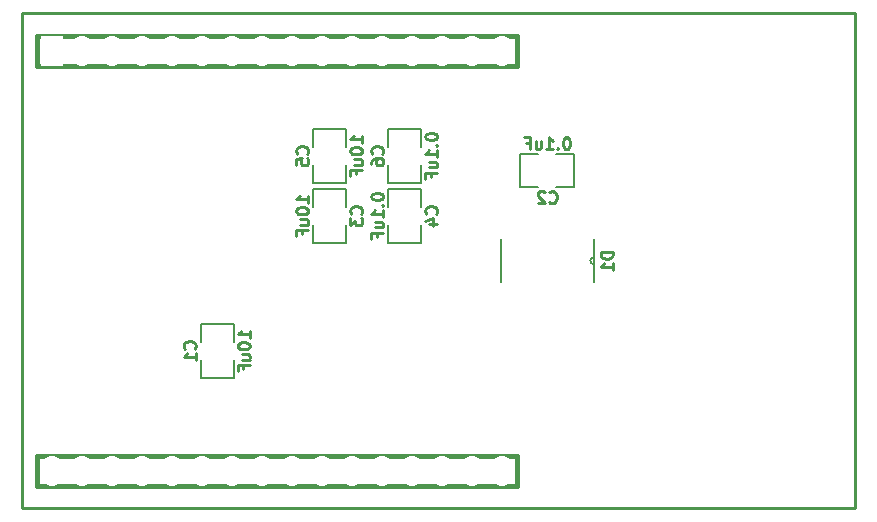
<source format=gbo>
G04 #@! TF.GenerationSoftware,KiCad,Pcbnew,6.0.0-rc1-unknown-d4e4359~66~ubuntu18.04.1*
G04 #@! TF.CreationDate,2018-09-17T12:26:01-04:00*
G04 #@! TF.ProjectId,dac_controller_3x2,6461635F636F6E74726F6C6C65725F33,1.0*
G04 #@! TF.SameCoordinates,Original*
G04 #@! TF.FileFunction,Legend,Bot*
G04 #@! TF.FilePolarity,Positive*
%FSLAX46Y46*%
G04 Gerber Fmt 4.6, Leading zero omitted, Abs format (unit mm)*
G04 Created by KiCad (PCBNEW 6.0.0-rc1-unknown-d4e4359~66~ubuntu18.04.1) date Mon Sep 17 12:26:01 2018*
%MOMM*%
%LPD*%
G01*
G04 APERTURE LIST*
%ADD10C,0.228600*%
%ADD11C,0.381000*%
%ADD12C,0.127000*%
%ADD13C,0.152400*%
%ADD14C,0.254000*%
%ADD15C,0.250000*%
%ADD16C,3.556000*%
%ADD17O,1.854200X2.540000*%
%ADD18R,1.854200X2.540000*%
%ADD19R,2.540000X1.270000*%
%ADD20R,1.270000X2.540000*%
%ADD21R,0.355600X1.473200*%
%ADD22R,5.029200X3.251200*%
%ADD23O,5.080000X3.048000*%
%ADD24O,2.032000X1.524000*%
%ADD25O,1.524000X2.032000*%
%ADD26O,2.540000X1.524000*%
%ADD27R,2.540000X1.524000*%
G04 APERTURE END LIST*
D10*
X156210000Y-67945000D02*
X85725000Y-67945000D01*
X156210000Y-109855000D02*
X156210000Y-67945000D01*
X85725000Y-109855000D02*
X156210000Y-109855000D01*
X85725000Y-67945000D02*
X85725000Y-109855000D01*
D11*
G04 #@! TO.C,MDB1*
X127635000Y-69850000D02*
X86995000Y-69850000D01*
X127635000Y-72390000D02*
X127635000Y-69850000D01*
X86995000Y-72390000D02*
X127635000Y-72390000D01*
X86995000Y-69850000D02*
X86995000Y-72390000D01*
X127635000Y-105410000D02*
X86995000Y-105410000D01*
X127635000Y-107950000D02*
X127635000Y-105410000D01*
X86995000Y-107950000D02*
X127635000Y-107950000D01*
X86995000Y-105410000D02*
X86995000Y-107950000D01*
D12*
G04 #@! TO.C,C1*
X100838000Y-95758000D02*
X100838000Y-94234000D01*
X100838000Y-94234000D02*
X103632000Y-94234000D01*
X103632000Y-94234000D02*
X103632000Y-95758000D01*
X103632000Y-97282000D02*
X103632000Y-98806000D01*
X103632000Y-98806000D02*
X100838000Y-98806000D01*
X100838000Y-98806000D02*
X100838000Y-97282000D01*
G04 #@! TO.C,C2*
X132461000Y-82677000D02*
X130937000Y-82677000D01*
X132461000Y-79883000D02*
X132461000Y-82677000D01*
X130937000Y-79883000D02*
X132461000Y-79883000D01*
X127889000Y-79883000D02*
X129413000Y-79883000D01*
X127889000Y-82677000D02*
X127889000Y-79883000D01*
X129413000Y-82677000D02*
X127889000Y-82677000D01*
G04 #@! TO.C,C3*
X113157000Y-85852000D02*
X113157000Y-87376000D01*
X113157000Y-87376000D02*
X110363000Y-87376000D01*
X110363000Y-87376000D02*
X110363000Y-85852000D01*
X110363000Y-84328000D02*
X110363000Y-82804000D01*
X110363000Y-82804000D02*
X113157000Y-82804000D01*
X113157000Y-82804000D02*
X113157000Y-84328000D01*
G04 #@! TO.C,C4*
X119507000Y-82804000D02*
X119507000Y-84328000D01*
X116713000Y-82804000D02*
X119507000Y-82804000D01*
X116713000Y-84328000D02*
X116713000Y-82804000D01*
X116713000Y-87376000D02*
X116713000Y-85852000D01*
X119507000Y-87376000D02*
X116713000Y-87376000D01*
X119507000Y-85852000D02*
X119507000Y-87376000D01*
G04 #@! TO.C,C5*
X110363000Y-79248000D02*
X110363000Y-77724000D01*
X110363000Y-77724000D02*
X113157000Y-77724000D01*
X113157000Y-77724000D02*
X113157000Y-79248000D01*
X113157000Y-80772000D02*
X113157000Y-82296000D01*
X113157000Y-82296000D02*
X110363000Y-82296000D01*
X110363000Y-82296000D02*
X110363000Y-80772000D01*
G04 #@! TO.C,C6*
X116713000Y-82296000D02*
X116713000Y-80772000D01*
X119507000Y-82296000D02*
X116713000Y-82296000D01*
X119507000Y-80772000D02*
X119507000Y-82296000D01*
X119507000Y-77724000D02*
X119507000Y-79248000D01*
X116713000Y-77724000D02*
X119507000Y-77724000D01*
X116713000Y-79248000D02*
X116713000Y-77724000D01*
D13*
G04 #@! TO.C,D1*
X126225300Y-90717730D02*
X126225300Y-87082270D01*
X134124700Y-87082270D02*
X134124700Y-90717730D01*
X134124700Y-89204800D02*
G75*
G02X134124700Y-88595200I0J304800D01*
G01*
G04 #@! TD*
G04 #@! TO.C,C1*
D14*
X100311857Y-96350666D02*
X100360238Y-96302285D01*
X100408619Y-96157142D01*
X100408619Y-96060380D01*
X100360238Y-95915238D01*
X100263476Y-95818476D01*
X100166714Y-95770095D01*
X99973190Y-95721714D01*
X99828047Y-95721714D01*
X99634523Y-95770095D01*
X99537761Y-95818476D01*
X99441000Y-95915238D01*
X99392619Y-96060380D01*
X99392619Y-96157142D01*
X99441000Y-96302285D01*
X99489380Y-96350666D01*
X100408619Y-97318285D02*
X100408619Y-96737714D01*
X100408619Y-97028000D02*
X99392619Y-97028000D01*
X99537761Y-96931238D01*
X99634523Y-96834476D01*
X99682904Y-96737714D01*
X104980619Y-95431428D02*
X104980619Y-94850857D01*
X104980619Y-95141142D02*
X103964619Y-95141142D01*
X104109761Y-95044380D01*
X104206523Y-94947619D01*
X104254904Y-94850857D01*
X103964619Y-96060380D02*
X103964619Y-96157142D01*
X104013000Y-96253904D01*
X104061380Y-96302285D01*
X104158142Y-96350666D01*
X104351666Y-96399047D01*
X104593571Y-96399047D01*
X104787095Y-96350666D01*
X104883857Y-96302285D01*
X104932238Y-96253904D01*
X104980619Y-96157142D01*
X104980619Y-96060380D01*
X104932238Y-95963619D01*
X104883857Y-95915238D01*
X104787095Y-95866857D01*
X104593571Y-95818476D01*
X104351666Y-95818476D01*
X104158142Y-95866857D01*
X104061380Y-95915238D01*
X104013000Y-95963619D01*
X103964619Y-96060380D01*
X104303285Y-97269904D02*
X104980619Y-97269904D01*
X104303285Y-96834476D02*
X104835476Y-96834476D01*
X104932238Y-96882857D01*
X104980619Y-96979619D01*
X104980619Y-97124761D01*
X104932238Y-97221523D01*
X104883857Y-97269904D01*
X104448428Y-98092380D02*
X104448428Y-97753714D01*
X104980619Y-97753714D02*
X103964619Y-97753714D01*
X103964619Y-98237523D01*
G04 #@! TO.C,C2*
X130344333Y-83928857D02*
X130392714Y-83977238D01*
X130537857Y-84025619D01*
X130634619Y-84025619D01*
X130779761Y-83977238D01*
X130876523Y-83880476D01*
X130924904Y-83783714D01*
X130973285Y-83590190D01*
X130973285Y-83445047D01*
X130924904Y-83251523D01*
X130876523Y-83154761D01*
X130779761Y-83058000D01*
X130634619Y-83009619D01*
X130537857Y-83009619D01*
X130392714Y-83058000D01*
X130344333Y-83106380D01*
X129957285Y-83106380D02*
X129908904Y-83058000D01*
X129812142Y-83009619D01*
X129570238Y-83009619D01*
X129473476Y-83058000D01*
X129425095Y-83106380D01*
X129376714Y-83203142D01*
X129376714Y-83299904D01*
X129425095Y-83445047D01*
X130005666Y-84025619D01*
X129376714Y-84025619D01*
X131844142Y-78437619D02*
X131747380Y-78437619D01*
X131650619Y-78486000D01*
X131602238Y-78534380D01*
X131553857Y-78631142D01*
X131505476Y-78824666D01*
X131505476Y-79066571D01*
X131553857Y-79260095D01*
X131602238Y-79356857D01*
X131650619Y-79405238D01*
X131747380Y-79453619D01*
X131844142Y-79453619D01*
X131940904Y-79405238D01*
X131989285Y-79356857D01*
X132037666Y-79260095D01*
X132086047Y-79066571D01*
X132086047Y-78824666D01*
X132037666Y-78631142D01*
X131989285Y-78534380D01*
X131940904Y-78486000D01*
X131844142Y-78437619D01*
X131070047Y-79356857D02*
X131021666Y-79405238D01*
X131070047Y-79453619D01*
X131118428Y-79405238D01*
X131070047Y-79356857D01*
X131070047Y-79453619D01*
X130054047Y-79453619D02*
X130634619Y-79453619D01*
X130344333Y-79453619D02*
X130344333Y-78437619D01*
X130441095Y-78582761D01*
X130537857Y-78679523D01*
X130634619Y-78727904D01*
X129183190Y-78776285D02*
X129183190Y-79453619D01*
X129618619Y-78776285D02*
X129618619Y-79308476D01*
X129570238Y-79405238D01*
X129473476Y-79453619D01*
X129328333Y-79453619D01*
X129231571Y-79405238D01*
X129183190Y-79356857D01*
X128360714Y-78921428D02*
X128699380Y-78921428D01*
X128699380Y-79453619D02*
X128699380Y-78437619D01*
X128215571Y-78437619D01*
G04 #@! TO.C,C3*
X114408857Y-84920666D02*
X114457238Y-84872285D01*
X114505619Y-84727142D01*
X114505619Y-84630380D01*
X114457238Y-84485238D01*
X114360476Y-84388476D01*
X114263714Y-84340095D01*
X114070190Y-84291714D01*
X113925047Y-84291714D01*
X113731523Y-84340095D01*
X113634761Y-84388476D01*
X113538000Y-84485238D01*
X113489619Y-84630380D01*
X113489619Y-84727142D01*
X113538000Y-84872285D01*
X113586380Y-84920666D01*
X113489619Y-85259333D02*
X113489619Y-85888285D01*
X113876666Y-85549619D01*
X113876666Y-85694761D01*
X113925047Y-85791523D01*
X113973428Y-85839904D01*
X114070190Y-85888285D01*
X114312095Y-85888285D01*
X114408857Y-85839904D01*
X114457238Y-85791523D01*
X114505619Y-85694761D01*
X114505619Y-85404476D01*
X114457238Y-85307714D01*
X114408857Y-85259333D01*
X109933619Y-84001428D02*
X109933619Y-83420857D01*
X109933619Y-83711142D02*
X108917619Y-83711142D01*
X109062761Y-83614380D01*
X109159523Y-83517619D01*
X109207904Y-83420857D01*
X108917619Y-84630380D02*
X108917619Y-84727142D01*
X108966000Y-84823904D01*
X109014380Y-84872285D01*
X109111142Y-84920666D01*
X109304666Y-84969047D01*
X109546571Y-84969047D01*
X109740095Y-84920666D01*
X109836857Y-84872285D01*
X109885238Y-84823904D01*
X109933619Y-84727142D01*
X109933619Y-84630380D01*
X109885238Y-84533619D01*
X109836857Y-84485238D01*
X109740095Y-84436857D01*
X109546571Y-84388476D01*
X109304666Y-84388476D01*
X109111142Y-84436857D01*
X109014380Y-84485238D01*
X108966000Y-84533619D01*
X108917619Y-84630380D01*
X109256285Y-85839904D02*
X109933619Y-85839904D01*
X109256285Y-85404476D02*
X109788476Y-85404476D01*
X109885238Y-85452857D01*
X109933619Y-85549619D01*
X109933619Y-85694761D01*
X109885238Y-85791523D01*
X109836857Y-85839904D01*
X109401428Y-86662380D02*
X109401428Y-86323714D01*
X109933619Y-86323714D02*
X108917619Y-86323714D01*
X108917619Y-86807523D01*
G04 #@! TO.C,C4*
X120758857Y-84920666D02*
X120807238Y-84872285D01*
X120855619Y-84727142D01*
X120855619Y-84630380D01*
X120807238Y-84485238D01*
X120710476Y-84388476D01*
X120613714Y-84340095D01*
X120420190Y-84291714D01*
X120275047Y-84291714D01*
X120081523Y-84340095D01*
X119984761Y-84388476D01*
X119888000Y-84485238D01*
X119839619Y-84630380D01*
X119839619Y-84727142D01*
X119888000Y-84872285D01*
X119936380Y-84920666D01*
X120178285Y-85791523D02*
X120855619Y-85791523D01*
X119791238Y-85549619D02*
X120516952Y-85307714D01*
X120516952Y-85936666D01*
X115267619Y-83420857D02*
X115267619Y-83517619D01*
X115316000Y-83614380D01*
X115364380Y-83662761D01*
X115461142Y-83711142D01*
X115654666Y-83759523D01*
X115896571Y-83759523D01*
X116090095Y-83711142D01*
X116186857Y-83662761D01*
X116235238Y-83614380D01*
X116283619Y-83517619D01*
X116283619Y-83420857D01*
X116235238Y-83324095D01*
X116186857Y-83275714D01*
X116090095Y-83227333D01*
X115896571Y-83178952D01*
X115654666Y-83178952D01*
X115461142Y-83227333D01*
X115364380Y-83275714D01*
X115316000Y-83324095D01*
X115267619Y-83420857D01*
X116186857Y-84194952D02*
X116235238Y-84243333D01*
X116283619Y-84194952D01*
X116235238Y-84146571D01*
X116186857Y-84194952D01*
X116283619Y-84194952D01*
X116283619Y-85210952D02*
X116283619Y-84630380D01*
X116283619Y-84920666D02*
X115267619Y-84920666D01*
X115412761Y-84823904D01*
X115509523Y-84727142D01*
X115557904Y-84630380D01*
X115606285Y-86081809D02*
X116283619Y-86081809D01*
X115606285Y-85646380D02*
X116138476Y-85646380D01*
X116235238Y-85694761D01*
X116283619Y-85791523D01*
X116283619Y-85936666D01*
X116235238Y-86033428D01*
X116186857Y-86081809D01*
X115751428Y-86904285D02*
X115751428Y-86565619D01*
X116283619Y-86565619D02*
X115267619Y-86565619D01*
X115267619Y-87049428D01*
G04 #@! TO.C,C5*
X109836857Y-79840666D02*
X109885238Y-79792285D01*
X109933619Y-79647142D01*
X109933619Y-79550380D01*
X109885238Y-79405238D01*
X109788476Y-79308476D01*
X109691714Y-79260095D01*
X109498190Y-79211714D01*
X109353047Y-79211714D01*
X109159523Y-79260095D01*
X109062761Y-79308476D01*
X108966000Y-79405238D01*
X108917619Y-79550380D01*
X108917619Y-79647142D01*
X108966000Y-79792285D01*
X109014380Y-79840666D01*
X108917619Y-80759904D02*
X108917619Y-80276095D01*
X109401428Y-80227714D01*
X109353047Y-80276095D01*
X109304666Y-80372857D01*
X109304666Y-80614761D01*
X109353047Y-80711523D01*
X109401428Y-80759904D01*
X109498190Y-80808285D01*
X109740095Y-80808285D01*
X109836857Y-80759904D01*
X109885238Y-80711523D01*
X109933619Y-80614761D01*
X109933619Y-80372857D01*
X109885238Y-80276095D01*
X109836857Y-80227714D01*
X114505619Y-78921428D02*
X114505619Y-78340857D01*
X114505619Y-78631142D02*
X113489619Y-78631142D01*
X113634761Y-78534380D01*
X113731523Y-78437619D01*
X113779904Y-78340857D01*
X113489619Y-79550380D02*
X113489619Y-79647142D01*
X113538000Y-79743904D01*
X113586380Y-79792285D01*
X113683142Y-79840666D01*
X113876666Y-79889047D01*
X114118571Y-79889047D01*
X114312095Y-79840666D01*
X114408857Y-79792285D01*
X114457238Y-79743904D01*
X114505619Y-79647142D01*
X114505619Y-79550380D01*
X114457238Y-79453619D01*
X114408857Y-79405238D01*
X114312095Y-79356857D01*
X114118571Y-79308476D01*
X113876666Y-79308476D01*
X113683142Y-79356857D01*
X113586380Y-79405238D01*
X113538000Y-79453619D01*
X113489619Y-79550380D01*
X113828285Y-80759904D02*
X114505619Y-80759904D01*
X113828285Y-80324476D02*
X114360476Y-80324476D01*
X114457238Y-80372857D01*
X114505619Y-80469619D01*
X114505619Y-80614761D01*
X114457238Y-80711523D01*
X114408857Y-80759904D01*
X113973428Y-81582380D02*
X113973428Y-81243714D01*
X114505619Y-81243714D02*
X113489619Y-81243714D01*
X113489619Y-81727523D01*
G04 #@! TO.C,C6*
X116186857Y-79840666D02*
X116235238Y-79792285D01*
X116283619Y-79647142D01*
X116283619Y-79550380D01*
X116235238Y-79405238D01*
X116138476Y-79308476D01*
X116041714Y-79260095D01*
X115848190Y-79211714D01*
X115703047Y-79211714D01*
X115509523Y-79260095D01*
X115412761Y-79308476D01*
X115316000Y-79405238D01*
X115267619Y-79550380D01*
X115267619Y-79647142D01*
X115316000Y-79792285D01*
X115364380Y-79840666D01*
X115267619Y-80711523D02*
X115267619Y-80518000D01*
X115316000Y-80421238D01*
X115364380Y-80372857D01*
X115509523Y-80276095D01*
X115703047Y-80227714D01*
X116090095Y-80227714D01*
X116186857Y-80276095D01*
X116235238Y-80324476D01*
X116283619Y-80421238D01*
X116283619Y-80614761D01*
X116235238Y-80711523D01*
X116186857Y-80759904D01*
X116090095Y-80808285D01*
X115848190Y-80808285D01*
X115751428Y-80759904D01*
X115703047Y-80711523D01*
X115654666Y-80614761D01*
X115654666Y-80421238D01*
X115703047Y-80324476D01*
X115751428Y-80276095D01*
X115848190Y-80227714D01*
X119839619Y-78340857D02*
X119839619Y-78437619D01*
X119888000Y-78534380D01*
X119936380Y-78582761D01*
X120033142Y-78631142D01*
X120226666Y-78679523D01*
X120468571Y-78679523D01*
X120662095Y-78631142D01*
X120758857Y-78582761D01*
X120807238Y-78534380D01*
X120855619Y-78437619D01*
X120855619Y-78340857D01*
X120807238Y-78244095D01*
X120758857Y-78195714D01*
X120662095Y-78147333D01*
X120468571Y-78098952D01*
X120226666Y-78098952D01*
X120033142Y-78147333D01*
X119936380Y-78195714D01*
X119888000Y-78244095D01*
X119839619Y-78340857D01*
X120758857Y-79114952D02*
X120807238Y-79163333D01*
X120855619Y-79114952D01*
X120807238Y-79066571D01*
X120758857Y-79114952D01*
X120855619Y-79114952D01*
X120855619Y-80130952D02*
X120855619Y-79550380D01*
X120855619Y-79840666D02*
X119839619Y-79840666D01*
X119984761Y-79743904D01*
X120081523Y-79647142D01*
X120129904Y-79550380D01*
X120178285Y-81001809D02*
X120855619Y-81001809D01*
X120178285Y-80566380D02*
X120710476Y-80566380D01*
X120807238Y-80614761D01*
X120855619Y-80711523D01*
X120855619Y-80856666D01*
X120807238Y-80953428D01*
X120758857Y-81001809D01*
X120323428Y-81824285D02*
X120323428Y-81485619D01*
X120855619Y-81485619D02*
X119839619Y-81485619D01*
X119839619Y-81969428D01*
G04 #@! TO.C,D1*
D15*
X135707380Y-88161904D02*
X134707380Y-88161904D01*
X134707380Y-88400000D01*
X134755000Y-88542857D01*
X134850238Y-88638095D01*
X134945476Y-88685714D01*
X135135952Y-88733333D01*
X135278809Y-88733333D01*
X135469285Y-88685714D01*
X135564523Y-88638095D01*
X135659761Y-88542857D01*
X135707380Y-88400000D01*
X135707380Y-88161904D01*
X135707380Y-89685714D02*
X135707380Y-89114285D01*
X135707380Y-89400000D02*
X134707380Y-89400000D01*
X134850238Y-89304761D01*
X134945476Y-89209523D01*
X134993095Y-89114285D01*
G04 #@! TD*
%LPC*%
D16*
G04 #@! TO.C,MDB1*
X130175000Y-71120000D03*
X130175000Y-106680000D03*
X89535000Y-101600000D03*
X89535000Y-76200000D03*
D17*
X88265000Y-106680000D03*
X90805000Y-106680000D03*
X93345000Y-106680000D03*
X95885000Y-106680000D03*
X98425000Y-106680000D03*
X100965000Y-106680000D03*
X103505000Y-106680000D03*
X106045000Y-106680000D03*
X108585000Y-106680000D03*
X111125000Y-106680000D03*
X113665000Y-106680000D03*
X116205000Y-106680000D03*
X118745000Y-106680000D03*
X121285000Y-106680000D03*
X123825000Y-106680000D03*
X126365000Y-106680000D03*
X126365000Y-71120000D03*
X123825000Y-71120000D03*
X121285000Y-71120000D03*
X118745000Y-71120000D03*
X116205000Y-71120000D03*
X113665000Y-71120000D03*
X111125000Y-71120000D03*
X108585000Y-71120000D03*
X106045000Y-71120000D03*
X103505000Y-71120000D03*
X100965000Y-71120000D03*
X98425000Y-71120000D03*
X95885000Y-71120000D03*
D18*
X88265000Y-71120000D03*
D17*
X93345000Y-71120000D03*
X90805000Y-71120000D03*
G04 #@! TD*
D19*
G04 #@! TO.C,C1*
X102235000Y-94996000D03*
X102235000Y-98044000D03*
G04 #@! TD*
D20*
G04 #@! TO.C,C2*
X131699000Y-81280000D03*
X128651000Y-81280000D03*
G04 #@! TD*
D19*
G04 #@! TO.C,C3*
X111760000Y-86614000D03*
X111760000Y-83566000D03*
G04 #@! TD*
G04 #@! TO.C,C4*
X118110000Y-83566000D03*
X118110000Y-86614000D03*
G04 #@! TD*
G04 #@! TO.C,C5*
X111760000Y-78486000D03*
X111760000Y-81534000D03*
G04 #@! TD*
G04 #@! TO.C,C6*
X118110000Y-81534000D03*
X118110000Y-78486000D03*
G04 #@! TD*
D21*
G04 #@! TO.C,D1*
X133749999Y-91719400D03*
X133100000Y-91719400D03*
X132450002Y-91719400D03*
X131800001Y-91719400D03*
X131150002Y-91719400D03*
X130500001Y-91719400D03*
X129850002Y-91719400D03*
X129200001Y-91719400D03*
X128550002Y-91719400D03*
X127900001Y-91719400D03*
X127250002Y-91719400D03*
X126600001Y-91719400D03*
X126600001Y-86080600D03*
X127250000Y-86080600D03*
X127900001Y-86080600D03*
X128549999Y-86080600D03*
X129200001Y-86080600D03*
X129849999Y-86080600D03*
X130499998Y-86080600D03*
X131149999Y-86080600D03*
X131799998Y-86080600D03*
X132449999Y-86080600D03*
X133099998Y-86080600D03*
X133749999Y-86080600D03*
D22*
X130175000Y-88900000D03*
G04 #@! TD*
D23*
G04 #@! TO.C,P1*
X150495000Y-97155000D03*
X150495000Y-107315000D03*
D24*
X144399000Y-102235000D03*
D25*
X141605000Y-102235000D03*
X141605000Y-105029000D03*
X141605000Y-99441000D03*
G04 #@! TD*
G04 #@! TO.C,P2*
X141605000Y-72771000D03*
X141605000Y-78359000D03*
X141605000Y-75565000D03*
D24*
X144399000Y-75565000D03*
D23*
X150495000Y-80645000D03*
X150495000Y-70485000D03*
G04 #@! TD*
D26*
G04 #@! TO.C,REG1*
X107315000Y-95250000D03*
X107315000Y-92710000D03*
D27*
X107315000Y-97790000D03*
D26*
X107315000Y-87630000D03*
X107315000Y-85090000D03*
X107315000Y-82550000D03*
X107315000Y-80010000D03*
G04 #@! TD*
M02*

</source>
